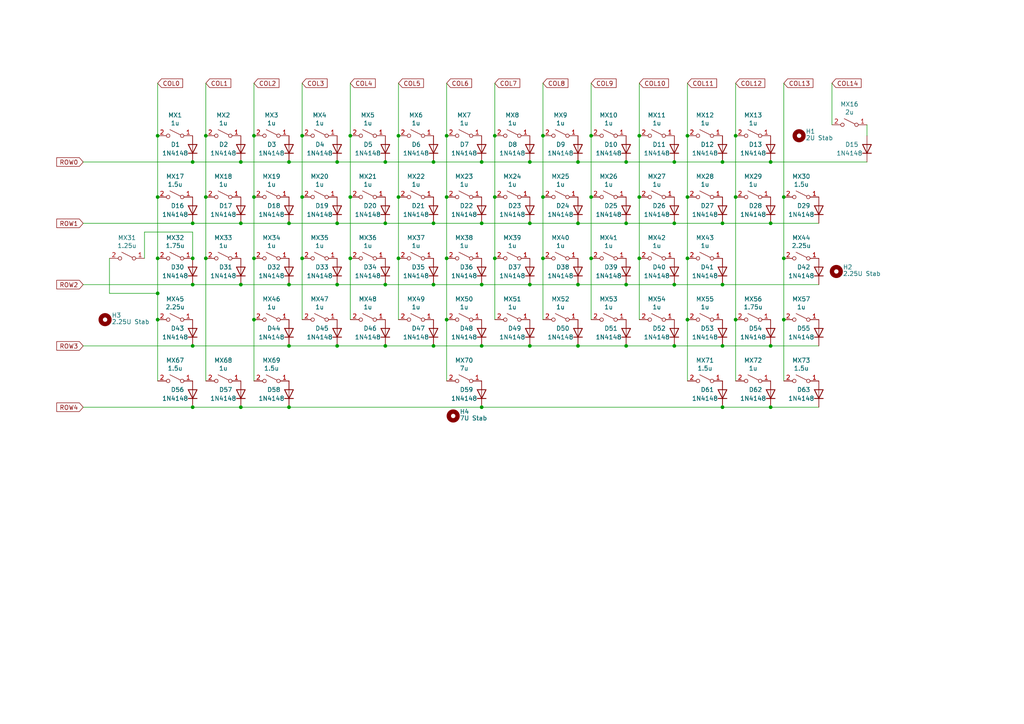
<source format=kicad_sch>
(kicad_sch (version 20211123) (generator eeschema)
  (paper "A4")
  (title_block (title "Bakeneko 60 V3") (date "2020-08-01") (rev "1") (comment 1 "Copyright © 2020 kkatano") (comment 2 "MIT License"))
  (lib_symbols
    (symbol "Mechanical:MountingHole" (pin_names (offset 1.016))
      (property "Reference" "H" (at 0 5.08 0))
      (property "Value" "MountingHole" (at 0 3.175 0))
      (symbol "MountingHole_0_1"
        (circle (center 0 0) (radius 1.27) (stroke (width 1.27)))
      )
    )
    (symbol "bakeneko-60-pcb-rescue:D-Device" (pin_numbers hide) (pin_names (offset 1.016) hide)
      (property "Reference" "D" (at 0 2.54 0))
      (property "Value" "D-Device" (at 0 -2.54 0))
      (symbol "D-Device_0_1"
        (polyline (pts (xy -1.27 1.27) (xy -1.27 -1.27)) (stroke (width 0.254)))
        (polyline (pts (xy 1.27 0) (xy -1.27 0)))
        (polyline (pts (xy 1.27 1.27) (xy 1.27 -1.27) (xy -1.27 0) (xy 1.27 1.27)) (stroke (width 0.254)))
      )
      (symbol "D-Device_1_1"
        (pin passive line (at -3.81 0 0) (length 2.54) (name "K") (number "1"))
        (pin passive line (at 3.81 0 180) (length 2.54) (name "A") (number "2"))
      )
    )
    (symbol "bakeneko-60-pcb-rescue:SW_SPST-Switch" (pin_names (offset 0) hide)
      (property "Reference" "SW" (at 0 3.175 0))
      (property "Value" "SW_SPST-Switch" (at 0 -2.54 0))
      (symbol "SW_SPST-Switch_0_0"
        (circle (center -2.032 0) (radius 0.508))
        (polyline (pts (xy -1.524 0.254) (xy 1.524 1.778)))
        (circle (center 2.032 0) (radius 0.508))
      )
      (symbol "SW_SPST-Switch_1_1"
        (pin passive line (at -5.08 0 0) (length 2.54) (name "A") (number "1"))
        (pin passive line (at 5.08 0 180) (length 2.54) (name "B") (number "2"))
      )
    )
  )
  (junction (at 69.85 46.99))
  (junction (at 157.48 57.15))
  (junction (at 143.51 39.37))
  (junction (at 185.42 74.93))
  (junction (at 223.52 118.11))
  (junction (at 153.67 64.77))
  (junction (at 199.39 74.93))
  (junction (at 115.57 74.93))
  (junction (at 213.36 92.71))
  (junction (at 171.45 57.15))
  (junction (at 125.73 82.55))
  (junction (at 157.48 74.93))
  (junction (at 45.72 92.71))
  (junction (at 181.61 82.55))
  (junction (at 195.58 64.77))
  (junction (at 59.69 57.15))
  (junction (at 199.39 57.15))
  (junction (at 139.7 118.11))
  (junction (at 97.79 46.99))
  (junction (at 125.73 46.99))
  (junction (at 209.55 64.77))
  (junction (at 125.73 100.33))
  (junction (at 227.33 57.15))
  (junction (at 55.88 100.33))
  (junction (at 97.79 64.77))
  (junction (at 97.79 100.33))
  (junction (at 209.55 46.99))
  (junction (at 213.36 39.37))
  (junction (at 195.58 82.55))
  (junction (at 73.66 57.15))
  (junction (at 129.54 39.37))
  (junction (at 97.79 82.55))
  (junction (at 73.66 92.71))
  (junction (at 139.7 46.99))
  (junction (at 55.88 74.93))
  (junction (at 129.54 57.15))
  (junction (at 143.51 74.93))
  (junction (at 45.72 74.93))
  (junction (at 181.61 46.99))
  (junction (at 73.66 39.37))
  (junction (at 45.72 57.15))
  (junction (at 223.52 100.33))
  (junction (at 55.88 64.77))
  (junction (at 209.55 118.11))
  (junction (at 101.6 74.93))
  (junction (at 181.61 100.33))
  (junction (at 139.7 64.77))
  (junction (at 181.61 64.77))
  (junction (at 195.58 46.99))
  (junction (at 59.69 74.93))
  (junction (at 209.55 100.33))
  (junction (at 83.82 100.33))
  (junction (at 167.64 100.33))
  (junction (at 167.64 82.55))
  (junction (at 195.58 100.33))
  (junction (at 83.82 64.77))
  (junction (at 59.69 39.37))
  (junction (at 129.54 92.71))
  (junction (at 153.67 82.55))
  (junction (at 171.45 39.37))
  (junction (at 167.64 46.99))
  (junction (at 55.88 82.55))
  (junction (at 55.88 46.99))
  (junction (at 111.76 46.99))
  (junction (at 139.7 100.33))
  (junction (at 73.66 74.93))
  (junction (at 157.48 39.37))
  (junction (at 199.39 92.71))
  (junction (at 185.42 39.37))
  (junction (at 83.82 82.55))
  (junction (at 171.45 74.93))
  (junction (at 69.85 64.77))
  (junction (at 153.67 46.99))
  (junction (at 101.6 39.37))
  (junction (at 209.55 82.55))
  (junction (at 115.57 39.37))
  (junction (at 69.85 82.55))
  (junction (at 167.64 64.77))
  (junction (at 83.82 46.99))
  (junction (at 87.63 74.93))
  (junction (at 227.33 92.71))
  (junction (at 111.76 100.33))
  (junction (at 153.67 100.33))
  (junction (at 185.42 57.15))
  (junction (at 129.54 74.93))
  (junction (at 143.51 57.15))
  (junction (at 125.73 64.77))
  (junction (at 115.57 57.15))
  (junction (at 139.7 82.55))
  (junction (at 87.63 57.15))
  (junction (at 101.6 57.15))
  (junction (at 199.39 39.37))
  (junction (at 69.85 118.11))
  (junction (at 227.33 74.93))
  (junction (at 87.63 39.37))
  (junction (at 223.52 64.77))
  (junction (at 45.72 85.09))
  (junction (at 223.52 46.99))
  (junction (at 83.82 118.11))
  (junction (at 111.76 82.55))
  (junction (at 111.76 64.77))
  (junction (at 213.36 57.15))
  (junction (at 55.88 118.11))
  (junction (at 45.72 39.37))
  (wire (pts (xy 185.42 57.15) (xy 185.42 74.93)))
  (wire (pts (xy 185.42 39.37) (xy 185.42 57.15)))
  (wire (pts (xy 31.75 74.93) (xy 31.75 85.09)))
  (wire (pts (xy 167.64 100.33) (xy 181.61 100.33)))
  (wire (pts (xy 143.51 92.71) (xy 143.51 74.93)))
  (wire (pts (xy 223.52 46.99) (xy 209.55 46.99)))
  (wire (pts (xy 45.72 92.71) (xy 45.72 110.49)))
  (wire (pts (xy 24.13 46.99) (xy 55.88 46.99)))
  (wire (pts (xy 55.88 100.33) (xy 83.82 100.33)))
  (wire (pts (xy 153.67 100.33) (xy 167.64 100.33)))
  (wire (pts (xy 115.57 92.71) (xy 115.57 74.93)))
  (wire (pts (xy 199.39 92.71) (xy 199.39 74.93)))
  (wire (pts (xy 209.55 64.77) (xy 223.52 64.77)))
  (wire (pts (xy 41.91 67.31) (xy 55.88 67.31)))
  (wire (pts (xy 213.36 24.13) (xy 213.36 39.37)))
  (wire (pts (xy 24.13 118.11) (xy 55.88 118.11)))
  (wire (pts (xy 251.46 36.195) (xy 251.46 39.37)))
  (wire (pts (xy 139.7 118.11) (xy 83.82 118.11)))
  (wire (pts (xy 153.67 64.77) (xy 167.64 64.77)))
  (wire (pts (xy 129.54 92.71) (xy 129.54 110.49)))
  (wire (pts (xy 227.33 92.71) (xy 227.33 74.93)))
  (wire (pts (xy 87.63 74.93) (xy 87.63 57.15)))
  (wire (pts (xy 209.55 46.99) (xy 195.58 46.99)))
  (wire (pts (xy 143.51 57.15) (xy 143.51 39.37)))
  (wire (pts (xy 139.7 82.55) (xy 125.73 82.55)))
  (wire (pts (xy 87.63 39.37) (xy 87.63 24.13)))
  (wire (pts (xy 223.52 46.99) (xy 251.46 46.99)))
  (wire (pts (xy 171.45 39.37) (xy 171.45 57.15)))
  (wire (pts (xy 213.36 92.71) (xy 213.36 110.49)))
  (wire (pts (xy 101.6 74.93) (xy 101.6 92.71)))
  (wire (pts (xy 227.33 74.93) (xy 227.33 57.15)))
  (wire (pts (xy 227.33 24.13) (xy 227.33 57.15)))
  (wire (pts (xy 87.63 57.15) (xy 87.63 39.37)))
  (wire (pts (xy 97.79 100.33) (xy 111.76 100.33)))
  (wire (pts (xy 167.64 64.77) (xy 181.61 64.77)))
  (wire (pts (xy 171.45 57.15) (xy 171.45 74.93)))
  (wire (pts (xy 213.36 57.15) (xy 213.36 92.71)))
  (wire (pts (xy 157.48 74.93) (xy 157.48 57.15)))
  (wire (pts (xy 73.66 74.93) (xy 73.66 92.71)))
  (wire (pts (xy 185.42 24.13) (xy 185.42 39.37)))
  (wire (pts (xy 195.58 64.77) (xy 209.55 64.77)))
  (wire (pts (xy 73.66 57.15) (xy 73.66 74.93)))
  (wire (pts (xy 139.7 46.99) (xy 125.73 46.99)))
  (wire (pts (xy 83.82 64.77) (xy 97.79 64.77)))
  (wire (pts (xy 111.76 100.33) (xy 125.73 100.33)))
  (wire (pts (xy 115.57 57.15) (xy 115.57 39.37)))
  (wire (pts (xy 45.72 57.15) (xy 45.72 74.93)))
  (wire (pts (xy 125.73 64.77) (xy 139.7 64.77)))
  (wire (pts (xy 73.66 24.13) (xy 73.66 39.37)))
  (wire (pts (xy 213.36 39.37) (xy 213.36 57.15)))
  (wire (pts (xy 167.64 46.99) (xy 153.67 46.99)))
  (wire (pts (xy 223.52 64.77) (xy 237.49 64.77)))
  (wire (pts (xy 115.57 39.37) (xy 115.57 24.13)))
  (wire (pts (xy 195.58 100.33) (xy 209.55 100.33)))
  (wire (pts (xy 199.39 57.15) (xy 199.39 39.37)))
  (wire (pts (xy 31.75 85.09) (xy 45.72 85.09)))
  (wire (pts (xy 69.85 46.99) (xy 55.88 46.99)))
  (wire (pts (xy 115.57 74.93) (xy 115.57 57.15)))
  (wire (pts (xy 195.58 46.99) (xy 181.61 46.99)))
  (wire (pts (xy 181.61 100.33) (xy 195.58 100.33)))
  (wire (pts (xy 97.79 64.77) (xy 111.76 64.77)))
  (wire (pts (xy 41.91 74.93) (xy 41.91 67.31)))
  (wire (pts (xy 101.6 39.37) (xy 101.6 57.15)))
  (wire (pts (xy 45.72 24.13) (xy 45.72 39.37)))
  (wire (pts (xy 185.42 74.93) (xy 185.42 92.71)))
  (wire (pts (xy 73.66 39.37) (xy 73.66 57.15)))
  (wire (pts (xy 83.82 118.11) (xy 69.85 118.11)))
  (wire (pts (xy 59.69 74.93) (xy 59.69 110.49)))
  (wire (pts (xy 97.79 82.55) (xy 83.82 82.55)))
  (wire (pts (xy 83.82 82.55) (xy 69.85 82.55)))
  (wire (pts (xy 83.82 100.33) (xy 97.79 100.33)))
  (wire (pts (xy 125.73 82.55) (xy 111.76 82.55)))
  (wire (pts (xy 199.39 74.93) (xy 199.39 57.15)))
  (wire (pts (xy 45.72 85.09) (xy 45.72 92.71)))
  (wire (pts (xy 157.48 92.71) (xy 157.48 74.93)))
  (wire (pts (xy 157.48 39.37) (xy 157.48 24.13)))
  (wire (pts (xy 45.72 74.93) (xy 45.72 85.09)))
  (wire (pts (xy 143.51 74.93) (xy 143.51 57.15)))
  (wire (pts (xy 157.48 57.15) (xy 157.48 39.37)))
  (wire (pts (xy 181.61 64.77) (xy 195.58 64.77)))
  (wire (pts (xy 237.49 118.11) (xy 223.52 118.11)))
  (wire (pts (xy 55.88 64.77) (xy 69.85 64.77)))
  (wire (pts (xy 129.54 24.13) (xy 129.54 39.37)))
  (wire (pts (xy 153.67 46.99) (xy 139.7 46.99)))
  (wire (pts (xy 209.55 82.55) (xy 237.49 82.55)))
  (wire (pts (xy 129.54 57.15) (xy 129.54 74.93)))
  (wire (pts (xy 223.52 118.11) (xy 209.55 118.11)))
  (wire (pts (xy 97.79 46.99) (xy 83.82 46.99)))
  (wire (pts (xy 153.67 82.55) (xy 139.7 82.55)))
  (wire (pts (xy 101.6 57.15) (xy 101.6 74.93)))
  (wire (pts (xy 167.64 82.55) (xy 153.67 82.55)))
  (wire (pts (xy 87.63 92.71) (xy 87.63 74.93)))
  (wire (pts (xy 139.7 100.33) (xy 153.67 100.33)))
  (wire (pts (xy 195.58 82.55) (xy 181.61 82.55)))
  (wire (pts (xy 125.73 46.99) (xy 111.76 46.99)))
  (wire (pts (xy 69.85 64.77) (xy 83.82 64.77)))
  (wire (pts (xy 69.85 82.55) (xy 55.88 82.55)))
  (wire (pts (xy 139.7 118.11) (xy 209.55 118.11)))
  (wire (pts (xy 101.6 24.13) (xy 101.6 39.37)))
  (wire (pts (xy 129.54 74.93) (xy 129.54 92.71)))
  (wire (pts (xy 129.54 39.37) (xy 129.54 57.15)))
  (wire (pts (xy 199.39 39.37) (xy 199.39 24.13)))
  (wire (pts (xy 24.13 82.55) (xy 55.88 82.55)))
  (wire (pts (xy 171.45 24.13) (xy 171.45 39.37)))
  (wire (pts (xy 111.76 82.55) (xy 97.79 82.55)))
  (wire (pts (xy 55.88 64.77) (xy 24.13 64.77)))
  (wire (pts (xy 69.85 118.11) (xy 55.88 118.11)))
  (wire (pts (xy 209.55 82.55) (xy 195.58 82.55)))
  (wire (pts (xy 143.51 39.37) (xy 143.51 24.13)))
  (wire (pts (xy 227.33 92.71) (xy 227.33 110.49)))
  (wire (pts (xy 73.66 92.71) (xy 73.66 110.49)))
  (wire (pts (xy 139.7 64.77) (xy 153.67 64.77)))
  (wire (pts (xy 59.69 57.15) (xy 59.69 39.37)))
  (wire (pts (xy 125.73 100.33) (xy 139.7 100.33)))
  (wire (pts (xy 59.69 74.93) (xy 59.69 57.15)))
  (wire (pts (xy 83.82 46.99) (xy 69.85 46.99)))
  (wire (pts (xy 181.61 82.55) (xy 167.64 82.55)))
  (wire (pts (xy 171.45 74.93) (xy 171.45 92.71)))
  (wire (pts (xy 24.13 100.33) (xy 55.88 100.33)))
  (wire (pts (xy 241.3 24.13) (xy 241.3 36.195)))
  (wire (pts (xy 209.55 100.33) (xy 223.52 100.33)))
  (wire (pts (xy 55.88 67.31) (xy 55.88 74.93)))
  (wire (pts (xy 45.72 39.37) (xy 45.72 57.15)))
  (wire (pts (xy 223.52 100.33) (xy 237.49 100.33)))
  (wire (pts (xy 199.39 92.71) (xy 199.39 110.49)))
  (wire (pts (xy 181.61 46.99) (xy 167.64 46.99)))
  (wire (pts (xy 59.69 39.37) (xy 59.69 24.13)))
  (wire (pts (xy 111.76 46.99) (xy 97.79 46.99)))
  (wire (pts (xy 111.76 64.77) (xy 125.73 64.77)))
  (global_label "COL2" (shape input) (at 73.66 24.13 0) (property "Intersheet References" "${INTERSHEET_REFS}" (effects hide)))
  (global_label "COL9" (shape input) (at 171.45 24.13 0) (property "Intersheet References" "${INTERSHEET_REFS}" (effects hide)))
  (global_label "COL13" (shape input) (at 227.33 24.13 0) (property "Intersheet References" "${INTERSHEET_REFS}" (effects hide)))
  (global_label "COL14" (shape input) (at 241.3 24.13 0) (property "Intersheet References" "${INTERSHEET_REFS}" (effects hide)))
  (global_label "COL5" (shape input) (at 115.57 24.13 0) (property "Intersheet References" "${INTERSHEET_REFS}" (effects hide)))
  (global_label "COL1" (shape input) (at 59.69 24.13 0) (property "Intersheet References" "${INTERSHEET_REFS}" (effects hide)))
  (global_label "ROW1" (shape input) (at 24.13 64.77 180) (property "Intersheet References" "${INTERSHEET_REFS}" (effects hide)))
  (global_label "ROW4" (shape input) (at 24.13 118.11 180) (property "Intersheet References" "${INTERSHEET_REFS}" (effects hide)))
  (global_label "ROW3" (shape input) (at 24.13 100.33 180) (property "Intersheet References" "${INTERSHEET_REFS}" (effects hide)))
  (global_label "COL11" (shape input) (at 199.39 24.13 0) (property "Intersheet References" "${INTERSHEET_REFS}" (effects hide)))
  (global_label "COL12" (shape input) (at 213.36 24.13 0) (property "Intersheet References" "${INTERSHEET_REFS}" (effects hide)))
  (global_label "COL8" (shape input) (at 157.48 24.13 0) (property "Intersheet References" "${INTERSHEET_REFS}" (effects hide)))
  (global_label "ROW0" (shape input) (at 24.13 46.99 180) (property "Intersheet References" "${INTERSHEET_REFS}" (effects hide)))
  (global_label "COL10" (shape input) (at 185.42 24.13 0) (property "Intersheet References" "${INTERSHEET_REFS}" (effects hide)))
  (global_label "COL0" (shape input) (at 45.72 24.13 0) (property "Intersheet References" "${INTERSHEET_REFS}" (effects hide)))
  (global_label "ROW2" (shape input) (at 24.13 82.55 180) (property "Intersheet References" "${INTERSHEET_REFS}" (effects hide)))
  (global_label "COL4" (shape input) (at 101.6 24.13 0) (property "Intersheet References" "${INTERSHEET_REFS}" (effects hide)))
  (global_label "COL7" (shape input) (at 143.51 24.13 0) (property "Intersheet References" "${INTERSHEET_REFS}" (effects hide)))
  (global_label "COL3" (shape input) (at 87.63 24.13 0) (property "Intersheet References" "${INTERSHEET_REFS}" (effects hide)))
  (global_label "COL6" (shape input) (at 129.54 24.13 0) (property "Intersheet References" "${INTERSHEET_REFS}" (effects hide)))
  (symbol (lib_id "bakeneko-60-pcb-rescue:SW_SPST-Switch") (at 218.44 110.49 0) (mirror y) (unit 1)
    (property "Reference" "MX72" (at 218.44 104.521 0))
    (property "Value" "1u" (at 218.44 106.8324 0))
    (property "Footprint" "Switch_Keyboard_Hotswap_Kailh:SW_Hotswap_Kailh_MX_plated_1.00u" (effects hide))
  )
  (symbol (lib_id "bakeneko-60-pcb-rescue:SW_SPST-Switch") (at 232.41 110.49 0) (mirror y) (unit 1)
    (property "Reference" "MX73" (at 232.41 104.521 0))
    (property "Value" "1.5u" (at 232.41 106.8324 0))
    (property "Footprint" "Switch_Keyboard_Hotswap_Kailh:SW_Hotswap_Kailh_MX_plated_1.50u" (effects hide))
  )
  (symbol (lib_id "bakeneko-60-pcb-rescue:SW_SPST-Switch") (at 134.62 110.49 0) (mirror y) (unit 1)
    (property "Reference" "MX70" (at 134.62 104.521 0))
    (property "Value" "7u" (at 134.62 106.8324 0))
    (property "Footprint" "Switch_Keyboard_Hotswap_Kailh:SW_Hotswap_Kailh_MX_plated_7.00u" (effects hide))
  )
  (symbol (lib_id "bakeneko-60-pcb-rescue:SW_SPST-Switch") (at 50.8 110.49 0) (mirror y) (unit 1)
    (property "Reference" "MX67" (at 50.8 104.521 0))
    (property "Value" "1.5u" (at 50.8 106.8324 0))
    (property "Footprint" "Switch_Keyboard_Hotswap_Kailh:SW_Hotswap_Kailh_MX_plated_1.50u" (effects hide))
  )
  (symbol (lib_id "bakeneko-60-pcb-rescue:SW_SPST-Switch") (at 64.77 110.49 0) (mirror y) (unit 1)
    (property "Reference" "MX68" (at 64.77 104.521 0))
    (property "Value" "1u" (at 64.77 106.8324 0))
    (property "Footprint" "Switch_Keyboard_Hotswap_Kailh:SW_Hotswap_Kailh_MX_plated_1.00u" (effects hide))
  )
  (symbol (lib_id "bakeneko-60-pcb-rescue:SW_SPST-Switch") (at 78.74 110.49 0) (mirror y) (unit 1)
    (property "Reference" "MX69" (at 78.74 104.521 0))
    (property "Value" "1.5u" (at 78.74 106.8324 0))
    (property "Footprint" "Switch_Keyboard_Hotswap_Kailh:SW_Hotswap_Kailh_MX_plated_1.50u" (effects hide))
  )
  (symbol (lib_id "bakeneko-60-pcb-rescue:SW_SPST-Switch") (at 50.8 57.15 0) (mirror y) (unit 1)
    (property "Reference" "MX17" (at 50.8 51.181 0))
    (property "Value" "1.5u" (at 50.8 53.4924 0))
    (property "Footprint" "Switch_Keyboard_Hotswap_Kailh:SW_Hotswap_Kailh_MX_plated_1.50u" (effects hide))
  )
  (symbol (lib_id "bakeneko-60-pcb-rescue:SW_SPST-Switch") (at 106.68 39.37 0) (mirror y) (unit 1)
    (property "Reference" "MX5" (at 106.68 33.401 0))
    (property "Value" "1u" (at 106.68 35.7124 0))
    (property "Footprint" "Switch_Keyboard_Hotswap_Kailh:SW_Hotswap_Kailh_MX_plated_1.00u" (effects hide))
  )
  (symbol (lib_id "bakeneko-60-pcb-rescue:SW_SPST-Switch") (at 36.83 74.93 0) (mirror y) (unit 1)
    (property "Reference" "MX31" (at 36.83 68.961 0))
    (property "Value" "1.25u" (at 36.83 71.2724 0))
    (property "Footprint" "Switch_Keyboard_Hotswap_Kailh:SW_Hotswap_Kailh_MX_plated_1.25u" (effects hide))
  )
  (symbol (lib_id "bakeneko-60-pcb-rescue:SW_SPST-Switch") (at 246.38 36.195 0) (mirror y) (unit 1)
    (property "Reference" "MX16" (at 246.38 30.226 0))
    (property "Value" "2u" (at 246.38 32.5374 0))
    (property "Footprint" "Switch_Keyboard_Hotswap_Kailh:SW_Hotswap_Kailh_MX_plated_2.00u" (effects hide))
  )
  (symbol (lib_id "bakeneko-60-pcb-rescue:SW_SPST-Switch") (at 204.47 110.49 0) (mirror y) (unit 1)
    (property "Reference" "MX71" (at 204.47 104.521 0))
    (property "Value" "1.5u" (at 204.47 106.8324 0))
    (property "Footprint" "Switch_Keyboard_Hotswap_Kailh:SW_Hotswap_Kailh_MX_plated_1.50u" (effects hide))
  )
  (symbol (lib_id "bakeneko-60-pcb-rescue:SW_SPST-Switch") (at 50.8 74.93 0) (mirror y) (unit 1)
    (property "Reference" "MX32" (at 50.8 68.961 0))
    (property "Value" "1.75u" (at 50.8 71.2724 0))
    (property "Footprint" "Switch_Keyboard_Hotswap_Kailh:SW_Hotswap_Kailh_MX_plated_1.75u" (effects hide))
  )
  (symbol (lib_id "bakeneko-60-pcb-rescue:SW_SPST-Switch") (at 50.8 92.71 0) (mirror y) (unit 1)
    (property "Reference" "MX45" (at 50.8 86.741 0))
    (property "Value" "2.25u" (at 50.8 89.0524 0))
    (property "Footprint" "Switch_Keyboard_Hotswap_Kailh:SW_Hotswap_Kailh_MX_plated_2.25u" (effects hide))
  )
  (symbol (lib_id "bakeneko-60-pcb-rescue:D-Device") (at 237.49 114.3 90) (unit 1)
    (property "Reference" "D63" (at 231.14 113.03 90) (effects (justify right)))
    (property "Value" "1N4148" (at 228.6 115.57 90) (effects (justify right)))
    (property "Footprint" "Diode_SMD:D_SOD-123" (effects hide))
    (property "LCSC Part #" "C81598" (effects hide))
  )
  (symbol (lib_id "bakeneko-60-pcb-rescue:D-Device") (at 223.52 114.3 90) (unit 1)
    (property "Reference" "D62" (at 217.17 113.03 90) (effects (justify right)))
    (property "Value" "1N4148" (at 214.63 115.57 90) (effects (justify right)))
    (property "Footprint" "Diode_SMD:D_SOD-123" (effects hide))
    (property "LCSC Part #" "C81598" (effects hide))
  )
  (symbol (lib_id "bakeneko-60-pcb-rescue:D-Device") (at 209.55 114.3 90) (unit 1)
    (property "Reference" "D61" (at 203.2 113.03 90) (effects (justify right)))
    (property "Value" "1N4148" (at 200.66 115.57 90) (effects (justify right)))
    (property "Footprint" "Diode_SMD:D_SOD-123" (effects hide))
    (property "LCSC Part #" "C81598" (effects hide))
  )
  (symbol (lib_id "bakeneko-60-pcb-rescue:D-Device") (at 139.7 114.3 90) (unit 1)
    (property "Reference" "D59" (at 133.35 113.03 90) (effects (justify right)))
    (property "Value" "1N4148" (at 130.81 115.57 90) (effects (justify right)))
    (property "Footprint" "Diode_SMD:D_SOD-123" (effects hide))
    (property "LCSC Part #" "C81598" (effects hide))
  )
  (symbol (lib_id "bakeneko-60-pcb-rescue:D-Device") (at 83.82 114.3 90) (unit 1)
    (property "Reference" "D58" (at 77.47 113.03 90) (effects (justify right)))
    (property "Value" "1N4148" (at 74.93 115.57 90) (effects (justify right)))
    (property "Footprint" "Diode_SMD:D_SOD-123" (effects hide))
    (property "LCSC Part #" "C81598" (effects hide))
  )
  (symbol (lib_id "bakeneko-60-pcb-rescue:D-Device") (at 69.85 114.3 90) (unit 1)
    (property "Reference" "D57" (at 63.5 113.03 90) (effects (justify right)))
    (property "Value" "1N4148" (at 60.96 115.57 90) (effects (justify right)))
    (property "Footprint" "Diode_SMD:D_SOD-123" (effects hide))
    (property "LCSC Part #" "C81598" (effects hide))
  )
  (symbol (lib_id "bakeneko-60-pcb-rescue:D-Device") (at 55.88 114.3 90) (unit 1)
    (property "Reference" "D56" (at 49.53 113.03 90) (effects (justify right)))
    (property "Value" "1N4148" (at 46.99 115.57 90) (effects (justify right)))
    (property "Footprint" "Diode_SMD:D_SOD-123" (effects hide))
    (property "LCSC Part #" "C81598" (effects hide))
  )
  (symbol (lib_id "bakeneko-60-pcb-rescue:D-Device") (at 237.49 96.52 90) (unit 1)
    (property "Reference" "D55" (at 231.14 95.25 90) (effects (justify right)))
    (property "Value" "1N4148" (at 228.6 97.79 90) (effects (justify right)))
    (property "Footprint" "Diode_SMD:D_SOD-123" (effects hide))
    (property "LCSC Part #" "C81598" (effects hide))
  )
  (symbol (lib_id "bakeneko-60-pcb-rescue:SW_SPST-Switch") (at 232.41 92.71 0) (mirror y) (unit 1)
    (property "Reference" "MX57" (at 232.41 86.741 0))
    (property "Value" "1u" (at 232.41 89.0524 0))
    (property "Footprint" "Switch_Keyboard_Hotswap_Kailh:SW_Hotswap_Kailh_MX_plated_1.00u" (effects hide))
  )
  (symbol (lib_id "bakeneko-60-pcb-rescue:D-Device") (at 223.52 96.52 90) (unit 1)
    (property "Reference" "D54" (at 217.17 95.25 90) (effects (justify right)))
    (property "Value" "1N4148" (at 214.63 97.79 90) (effects (justify right)))
    (property "Footprint" "Diode_SMD:D_SOD-123" (effects hide))
    (property "LCSC Part #" "C81598" (effects hide))
  )
  (symbol (lib_id "bakeneko-60-pcb-rescue:SW_SPST-Switch") (at 218.44 92.71 0) (mirror y) (unit 1)
    (property "Reference" "MX56" (at 218.44 86.741 0))
    (property "Value" "1.75u" (at 218.44 89.0524 0))
    (property "Footprint" "Switch_Keyboard_Hotswap_Kailh:SW_Hotswap_Kailh_MX_plated_1.75u" (effects hide))
  )
  (symbol (lib_id "bakeneko-60-pcb-rescue:D-Device") (at 209.55 96.52 90) (unit 1)
    (property "Reference" "D53" (at 203.2 95.25 90) (effects (justify right)))
    (property "Value" "1N4148" (at 200.66 97.79 90) (effects (justify right)))
    (property "Footprint" "Diode_SMD:D_SOD-123" (effects hide))
    (property "LCSC Part #" "C81598" (effects hide))
  )
  (symbol (lib_id "bakeneko-60-pcb-rescue:SW_SPST-Switch") (at 204.47 92.71 0) (mirror y) (unit 1)
    (property "Reference" "MX55" (at 204.47 86.741 0))
    (property "Value" "1u" (at 204.47 89.0524 0))
    (property "Footprint" "Switch_Keyboard_Hotswap_Kailh:SW_Hotswap_Kailh_MX_plated_1.00u" (effects hide))
  )
  (symbol (lib_id "bakeneko-60-pcb-rescue:D-Device") (at 195.58 96.52 90) (unit 1)
    (property "Reference" "D52" (at 189.23 95.25 90) (effects (justify right)))
    (property "Value" "1N4148" (at 186.69 97.79 90) (effects (justify right)))
    (property "Footprint" "Diode_SMD:D_SOD-123" (effects hide))
    (property "LCSC Part #" "C81598" (effects hide))
  )
  (symbol (lib_id "bakeneko-60-pcb-rescue:SW_SPST-Switch") (at 190.5 92.71 0) (mirror y) (unit 1)
    (property "Reference" "MX54" (at 190.5 86.741 0))
    (property "Value" "1u" (at 190.5 89.0524 0))
    (property "Footprint" "Switch_Keyboard_Hotswap_Kailh:SW_Hotswap_Kailh_MX_plated_1.00u" (effects hide))
  )
  (symbol (lib_id "bakeneko-60-pcb-rescue:D-Device") (at 181.61 96.52 90) (unit 1)
    (property "Reference" "D51" (at 175.26 95.25 90) (effects (justify right)))
    (property "Value" "1N4148" (at 172.72 97.79 90) (effects (justify right)))
    (property "Footprint" "Diode_SMD:D_SOD-123" (effects hide))
    (property "LCSC Part #" "C81598" (effects hide))
  )
  (symbol (lib_id "bakeneko-60-pcb-rescue:SW_SPST-Switch") (at 176.53 92.71 0) (mirror y) (unit 1)
    (property "Reference" "MX53" (at 176.53 86.741 0))
    (property "Value" "1u" (at 176.53 89.0524 0))
    (property "Footprint" "Switch_Keyboard_Hotswap_Kailh:SW_Hotswap_Kailh_MX_plated_1.00u" (effects hide))
  )
  (symbol (lib_id "bakeneko-60-pcb-rescue:D-Device") (at 167.64 96.52 90) (unit 1)
    (property "Reference" "D50" (at 161.29 95.25 90) (effects (justify right)))
    (property "Value" "1N4148" (at 158.75 97.79 90) (effects (justify right)))
    (property "Footprint" "Diode_SMD:D_SOD-123" (effects hide))
    (property "LCSC Part #" "C81598" (effects hide))
  )
  (symbol (lib_id "bakeneko-60-pcb-rescue:SW_SPST-Switch") (at 162.56 92.71 0) (mirror y) (unit 1)
    (property "Reference" "MX52" (at 162.56 86.741 0))
    (property "Value" "1u" (at 162.56 89.0524 0))
    (property "Footprint" "Switch_Keyboard_Hotswap_Kailh:SW_Hotswap_Kailh_MX_plated_1.00u" (effects hide))
  )
  (symbol (lib_id "bakeneko-60-pcb-rescue:D-Device") (at 153.67 96.52 90) (unit 1)
    (property "Reference" "D49" (at 147.32 95.25 90) (effects (justify right)))
    (property "Value" "1N4148" (at 144.78 97.79 90) (effects (justify right)))
    (property "Footprint" "Diode_SMD:D_SOD-123" (effects hide))
    (property "LCSC Part #" "C81598" (effects hide))
  )
  (symbol (lib_id "bakeneko-60-pcb-rescue:SW_SPST-Switch") (at 148.59 92.71 0) (mirror y) (unit 1)
    (property "Reference" "MX51" (at 148.59 86.741 0))
    (property "Value" "1u" (at 148.59 89.0524 0))
    (property "Footprint" "Switch_Keyboard_Hotswap_Kailh:SW_Hotswap_Kailh_MX_plated_1.00u" (effects hide))
  )
  (symbol (lib_id "bakeneko-60-pcb-rescue:D-Device") (at 139.7 96.52 90) (unit 1)
    (property "Reference" "D48" (at 133.35 95.25 90) (effects (justify right)))
    (property "Value" "1N4148" (at 130.81 97.79 90) (effects (justify right)))
    (property "Footprint" "Diode_SMD:D_SOD-123" (effects hide))
    (property "LCSC Part #" "C81598" (effects hide))
  )
  (symbol (lib_id "bakeneko-60-pcb-rescue:SW_SPST-Switch") (at 134.62 92.71 0) (mirror y) (unit 1)
    (property "Reference" "MX50" (at 134.62 86.741 0))
    (property "Value" "1u" (at 134.62 89.0524 0))
    (property "Footprint" "Switch_Keyboard_Hotswap_Kailh:SW_Hotswap_Kailh_MX_plated_1.00u" (effects hide))
  )
  (symbol (lib_id "bakeneko-60-pcb-rescue:D-Device") (at 125.73 96.52 90) (unit 1)
    (property "Reference" "D47" (at 119.38 95.25 90) (effects (justify right)))
    (property "Value" "1N4148" (at 116.84 97.79 90) (effects (justify right)))
    (property "Footprint" "Diode_SMD:D_SOD-123" (effects hide))
    (property "LCSC Part #" "C81598" (effects hide))
  )
  (symbol (lib_id "bakeneko-60-pcb-rescue:SW_SPST-Switch") (at 120.65 92.71 0) (mirror y) (unit 1)
    (property "Reference" "MX49" (at 120.65 86.741 0))
    (property "Value" "1u" (at 120.65 89.0524 0))
    (property "Footprint" "Switch_Keyboard_Hotswap_Kailh:SW_Hotswap_Kailh_MX_plated_1.00u" (effects hide))
  )
  (symbol (lib_id "bakeneko-60-pcb-rescue:D-Device") (at 111.76 96.52 90) (unit 1)
    (property "Reference" "D46" (at 105.41 95.25 90) (effects (justify right)))
    (property "Value" "1N4148" (at 102.87 97.79 90) (effects (justify right)))
    (property "Footprint" "Diode_SMD:D_SOD-123" (effects hide))
    (property "LCSC Part #" "C81598" (effects hide))
  )
  (symbol (lib_id "bakeneko-60-pcb-rescue:SW_SPST-Switch") (at 106.68 92.71 0) (mirror y) (unit 1)
    (property "Reference" "MX48" (at 106.68 86.741 0))
    (property "Value" "1u" (at 106.68 89.0524 0))
    (property "Footprint" "Switch_Keyboard_Hotswap_Kailh:SW_Hotswap_Kailh_MX_plated_1.00u" (effects hide))
  )
  (symbol (lib_id "bakeneko-60-pcb-rescue:D-Device") (at 97.79 96.52 90) (unit 1)
    (property "Reference" "D45" (at 91.44 95.25 90) (effects (justify right)))
    (property "Value" "1N4148" (at 88.9 97.79 90) (effects (justify right)))
    (property "Footprint" "Diode_SMD:D_SOD-123" (effects hide))
    (property "LCSC Part #" "C81598" (effects hide))
  )
  (symbol (lib_id "bakeneko-60-pcb-rescue:SW_SPST-Switch") (at 92.71 92.71 0) (mirror y) (unit 1)
    (property "Reference" "MX47" (at 92.71 86.741 0))
    (property "Value" "1u" (at 92.71 89.0524 0))
    (property "Footprint" "Switch_Keyboard_Hotswap_Kailh:SW_Hotswap_Kailh_MX_plated_1.00u" (effects hide))
  )
  (symbol (lib_id "bakeneko-60-pcb-rescue:D-Device") (at 83.82 96.52 90) (unit 1)
    (property "Reference" "D44" (at 77.47 95.25 90) (effects (justify right)))
    (property "Value" "1N4148" (at 74.93 97.79 90) (effects (justify right)))
    (property "Footprint" "Diode_SMD:D_SOD-123" (effects hide))
    (property "LCSC Part #" "C81598" (effects hide))
  )
  (symbol (lib_id "bakeneko-60-pcb-rescue:SW_SPST-Switch") (at 78.74 92.71 0) (mirror y) (unit 1)
    (property "Reference" "MX46" (at 78.74 86.741 0))
    (property "Value" "1u" (at 78.74 89.0524 0))
    (property "Footprint" "Switch_Keyboard_Hotswap_Kailh:SW_Hotswap_Kailh_MX_plated_1.00u" (effects hide))
  )
  (symbol (lib_id "bakeneko-60-pcb-rescue:D-Device") (at 55.88 96.52 90) (unit 1)
    (property "Reference" "D43" (at 49.53 95.25 90) (effects (justify right)))
    (property "Value" "1N4148" (at 46.99 97.79 90) (effects (justify right)))
    (property "Footprint" "Diode_SMD:D_SOD-123" (effects hide))
    (property "LCSC Part #" "C81598" (effects hide))
  )
  (symbol (lib_id "bakeneko-60-pcb-rescue:D-Device") (at 237.49 78.74 90) (unit 1)
    (property "Reference" "D42" (at 231.14 77.47 90) (effects (justify right)))
    (property "Value" "1N4148" (at 228.6 80.01 90) (effects (justify right)))
    (property "Footprint" "Diode_SMD:D_SOD-123" (effects hide))
    (property "LCSC Part #" "C81598" (effects hide))
  )
  (symbol (lib_id "bakeneko-60-pcb-rescue:SW_SPST-Switch") (at 232.41 74.93 0) (mirror y) (unit 1)
    (property "Reference" "MX44" (at 232.41 68.961 0))
    (property "Value" "2.25u" (at 232.41 71.2724 0))
    (property "Footprint" "Switch_Keyboard_Hotswap_Kailh:SW_Hotswap_Kailh_MX_plated_2.25u" (effects hide))
  )
  (symbol (lib_id "bakeneko-60-pcb-rescue:D-Device") (at 209.55 78.74 90) (unit 1)
    (property "Reference" "D41" (at 203.2 77.47 90) (effects (justify right)))
    (property "Value" "1N4148" (at 200.66 80.01 90) (effects (justify right)))
    (property "Footprint" "Diode_SMD:D_SOD-123" (effects hide))
    (property "LCSC Part #" "C81598" (effects hide))
  )
  (symbol (lib_id "bakeneko-60-pcb-rescue:SW_SPST-Switch") (at 204.47 74.93 0) (mirror y) (unit 1)
    (property "Reference" "MX43" (at 204.47 68.961 0))
    (property "Value" "1u" (at 204.47 71.2724 0))
    (property "Footprint" "Switch_Keyboard_Hotswap_Kailh:SW_Hotswap_Kailh_MX_plated_1.00u" (effects hide))
  )
  (symbol (lib_id "bakeneko-60-pcb-rescue:D-Device") (at 195.58 78.74 90) (unit 1)
    (property "Reference" "D40" (at 189.23 77.47 90) (effects (justify right)))
    (property "Value" "1N4148" (at 186.69 80.01 90) (effects (justify right)))
    (property "Footprint" "Diode_SMD:D_SOD-123" (effects hide))
    (property "LCSC Part #" "C81598" (effects hide))
  )
  (symbol (lib_id "bakeneko-60-pcb-rescue:SW_SPST-Switch") (at 190.5 74.93 0) (mirror y) (unit 1)
    (property "Reference" "MX42" (at 190.5 68.961 0))
    (property "Value" "1u" (at 190.5 71.2724 0))
    (property "Footprint" "Switch_Keyboard_Hotswap_Kailh:SW_Hotswap_Kailh_MX_plated_1.00u" (effects hide))
  )
  (symbol (lib_id "bakeneko-60-pcb-rescue:D-Device") (at 181.61 78.74 90) (unit 1)
    (property "Reference" "D39" (at 175.26 77.47 90) (effects (justify right)))
    (property "Value" "1N4148" (at 172.72 80.01 90) (effects (justify right)))
    (property "Footprint" "Diode_SMD:D_SOD-123" (effects hide))
    (property "LCSC Part #" "C81598" (effects hide))
  )
  (symbol (lib_id "bakeneko-60-pcb-rescue:SW_SPST-Switch") (at 176.53 74.93 0) (mirror y) (unit 1)
    (property "Reference" "MX41" (at 176.53 68.961 0))
    (property "Value" "1u" (at 176.53 71.2724 0))
    (property "Footprint" "Switch_Keyboard_Hotswap_Kailh:SW_Hotswap_Kailh_MX_plated_1.00u" (effects hide))
  )
  (symbol (lib_id "bakeneko-60-pcb-rescue:D-Device") (at 167.64 78.74 90) (unit 1)
    (property "Reference" "D38" (at 161.29 77.47 90) (effects (justify right)))
    (property "Value" "1N4148" (at 158.75 80.01 90) (effects (justify right)))
    (property "Footprint" "Diode_SMD:D_SOD-123" (effects hide))
    (property "LCSC Part #" "C81598" (effects hide))
  )
  (symbol (lib_id "bakeneko-60-pcb-rescue:SW_SPST-Switch") (at 162.56 74.93 0) (mirror y) (unit 1)
    (property "Reference" "MX40" (at 162.56 68.961 0))
    (property "Value" "1u" (at 162.56 71.2724 0))
    (property "Footprint" "Switch_Keyboard_Hotswap_Kailh:SW_Hotswap_Kailh_MX_plated_1.00u" (effects hide))
  )
  (symbol (lib_id "bakeneko-60-pcb-rescue:D-Device") (at 153.67 78.74 90) (unit 1)
    (property "Reference" "D37" (at 147.32 77.47 90) (effects (justify right)))
    (property "Value" "1N4148" (at 144.78 80.01 90) (effects (justify right)))
    (property "Footprint" "Diode_SMD:D_SOD-123" (effects hide))
    (property "LCSC Part #" "C81598" (effects hide))
  )
  (symbol (lib_id "bakeneko-60-pcb-rescue:SW_SPST-Switch") (at 148.59 74.93 0) (mirror y) (unit 1)
    (property "Reference" "MX39" (at 148.59 68.961 0))
    (property "Value" "1u" (at 148.59 71.2724 0))
    (property "Footprint" "Switch_Keyboard_Hotswap_Kailh:SW_Hotswap_Kailh_MX_plated_1.00u" (effects hide))
  )
  (symbol (lib_id "bakeneko-60-pcb-rescue:D-Device") (at 139.7 78.74 90) (unit 1)
    (property "Reference" "D36" (at 133.35 77.47 90) (effects (justify right)))
    (property "Value" "1N4148" (at 130.81 80.01 90) (effects (justify right)))
    (property "Footprint" "Diode_SMD:D_SOD-123" (effects hide))
    (property "LCSC Part #" "C81598" (effects hide))
  )
  (symbol (lib_id "bakeneko-60-pcb-rescue:SW_SPST-Switch") (at 134.62 74.93 0) (mirror y) (unit 1)
    (property "Reference" "MX38" (at 134.62 68.961 0))
    (property "Value" "1u" (at 134.62 71.2724 0))
    (property "Footprint" "Switch_Keyboard_Hotswap_Kailh:SW_Hotswap_Kailh_MX_plated_1.00u" (effects hide))
  )
  (symbol (lib_id "bakeneko-60-pcb-rescue:D-Device") (at 125.73 78.74 90) (unit 1)
    (property "Reference" "D35" (at 119.38 77.47 90) (effects (justify right)))
    (property "Value" "1N4148" (at 116.84 80.01 90) (effects (justify right)))
    (property "Footprint" "Diode_SMD:D_SOD-123" (effects hide))
    (property "LCSC Part #" "C81598" (effects hide))
  )
  (symbol (lib_id "bakeneko-60-pcb-rescue:SW_SPST-Switch") (at 120.65 74.93 0) (mirror y) (unit 1)
    (property "Reference" "MX37" (at 120.65 68.961 0))
    (property "Value" "1u" (at 120.65 71.2724 0))
    (property "Footprint" "Switch_Keyboard_Hotswap_Kailh:SW_Hotswap_Kailh_MX_plated_1.00u" (effects hide))
  )
  (symbol (lib_id "bakeneko-60-pcb-rescue:D-Device") (at 111.76 78.74 90) (unit 1)
    (property "Reference" "D34" (at 105.41 77.47 90) (effects (justify right)))
    (property "Value" "1N4148" (at 102.87 80.01 90) (effects (justify right)))
    (property "Footprint" "Diode_SMD:D_SOD-123" (effects hide))
    (property "LCSC Part #" "C81598" (effects hide))
  )
  (symbol (lib_id "bakeneko-60-pcb-rescue:SW_SPST-Switch") (at 106.68 74.93 0) (mirror y) (unit 1)
    (property "Reference" "MX36" (at 106.68 68.961 0))
    (property "Value" "1u" (at 106.68 71.2724 0))
    (property "Footprint" "Switch_Keyboard_Hotswap_Kailh:SW_Hotswap_Kailh_MX_plated_1.00u" (effects hide))
  )
  (symbol (lib_id "bakeneko-60-pcb-rescue:D-Device") (at 97.79 78.74 90) (unit 1)
    (property "Reference" "D33" (at 91.44 77.47 90) (effects (justify right)))
    (property "Value" "1N4148" (at 88.9 80.01 90) (effects (justify right)))
    (property "Footprint" "Diode_SMD:D_SOD-123" (effects hide))
    (property "LCSC Part #" "C81598" (effects hide))
  )
  (symbol (lib_id "bakeneko-60-pcb-rescue:SW_SPST-Switch") (at 92.71 74.93 0) (mirror y) (unit 1)
    (property "Reference" "MX35" (at 92.71 68.961 0))
    (property "Value" "1u" (at 92.71 71.2724 0))
    (property "Footprint" "Switch_Keyboard_Hotswap_Kailh:SW_Hotswap_Kailh_MX_plated_1.00u" (effects hide))
  )
  (symbol (lib_id "bakeneko-60-pcb-rescue:D-Device") (at 83.82 78.74 90) (unit 1)
    (property "Reference" "D32" (at 77.47 77.47 90) (effects (justify right)))
    (property "Value" "1N4148" (at 74.93 80.01 90) (effects (justify right)))
    (property "Footprint" "Diode_SMD:D_SOD-123" (effects hide))
    (property "LCSC Part #" "C81598" (effects hide))
  )
  (symbol (lib_id "bakeneko-60-pcb-rescue:SW_SPST-Switch") (at 78.74 74.93 0) (mirror y) (unit 1)
    (property "Reference" "MX34" (at 78.74 68.961 0))
    (property "Value" "1u" (at 78.74 71.2724 0))
    (property "Footprint" "Switch_Keyboard_Hotswap_Kailh:SW_Hotswap_Kailh_MX_plated_1.00u" (effects hide))
  )
  (symbol (lib_id "bakeneko-60-pcb-rescue:D-Device") (at 69.85 78.74 90) (unit 1)
    (property "Reference" "D31" (at 63.5 77.47 90) (effects (justify right)))
    (property "Value" "1N4148" (at 60.96 80.01 90) (effects (justify right)))
    (property "Footprint" "Diode_SMD:D_SOD-123" (effects hide))
    (property "LCSC Part #" "C81598" (effects hide))
  )
  (symbol (lib_id "bakeneko-60-pcb-rescue:SW_SPST-Switch") (at 64.77 74.93 0) (mirror y) (unit 1)
    (property "Reference" "MX33" (at 64.77 68.961 0))
    (property "Value" "1u" (at 64.77 71.2724 0))
    (property "Footprint" "Switch_Keyboard_Hotswap_Kailh:SW_Hotswap_Kailh_MX_plated_1.00u" (effects hide))
  )
  (symbol (lib_id "bakeneko-60-pcb-rescue:D-Device") (at 55.88 78.74 90) (unit 1)
    (property "Reference" "D30" (at 49.53 77.47 90) (effects (justify right)))
    (property "Value" "1N4148" (at 46.99 80.01 90) (effects (justify right)))
    (property "Footprint" "Diode_SMD:D_SOD-123" (effects hide))
    (property "LCSC Part #" "C81598" (effects hide))
  )
  (symbol (lib_id "bakeneko-60-pcb-rescue:D-Device") (at 237.49 60.96 90) (unit 1)
    (property "Reference" "D29" (at 231.14 59.69 90) (effects (justify right)))
    (property "Value" "1N4148" (at 228.6 62.23 90) (effects (justify right)))
    (property "Footprint" "Diode_SMD:D_SOD-123" (effects hide))
    (property "LCSC Part #" "C81598" (effects hide))
  )
  (symbol (lib_id "bakeneko-60-pcb-rescue:SW_SPST-Switch") (at 232.41 57.15 0) (mirror y) (unit 1)
    (property "Reference" "MX30" (at 232.41 51.181 0))
    (property "Value" "1.5u" (at 232.41 53.4924 0))
    (property "Footprint" "Switch_Keyboard_Hotswap_Kailh:SW_Hotswap_Kailh_MX_plated_1.50u" (effects hide))
  )
  (symbol (lib_id "bakeneko-60-pcb-rescue:D-Device") (at 223.52 60.96 90) (unit 1)
    (property "Reference" "D28" (at 217.17 59.69 90) (effects (justify right)))
    (property "Value" "1N4148" (at 214.63 62.23 90) (effects (justify right)))
    (property "Footprint" "Diode_SMD:D_SOD-123" (effects hide))
    (property "LCSC Part #" "C81598" (effects hide))
  )
  (symbol (lib_id "bakeneko-60-pcb-rescue:SW_SPST-Switch") (at 218.44 57.15 0) (mirror y) (unit 1)
    (property "Reference" "MX29" (at 218.44 51.181 0))
    (property "Value" "1u" (at 218.44 53.4924 0))
    (property "Footprint" "Switch_Keyboard_Hotswap_Kailh:SW_Hotswap_Kailh_MX_plated_1.00u" (effects hide))
  )
  (symbol (lib_id "bakeneko-60-pcb-rescue:D-Device") (at 209.55 60.96 90) (unit 1)
    (property "Reference" "D27" (at 203.2 59.69 90) (effects (justify right)))
    (property "Value" "1N4148" (at 200.66 62.23 90) (effects (justify right)))
    (property "Footprint" "Diode_SMD:D_SOD-123" (effects hide))
    (property "LCSC Part #" "C81598" (effects hide))
  )
  (symbol (lib_id "bakeneko-60-pcb-rescue:SW_SPST-Switch") (at 204.47 57.15 0) (mirror y) (unit 1)
    (property "Reference" "MX28" (at 204.47 51.181 0))
    (property "Value" "1u" (at 204.47 53.4924 0))
    (property "Footprint" "Switch_Keyboard_Hotswap_Kailh:SW_Hotswap_Kailh_MX_plated_1.00u" (effects hide))
  )
  (symbol (lib_id "bakeneko-60-pcb-rescue:D-Device") (at 195.58 60.96 90) (unit 1)
    (property "Reference" "D26" (at 189.23 59.69 90) (effects (justify right)))
    (property "Value" "1N4148" (at 186.69 62.23 90) (effects (justify right)))
    (property "Footprint" "Diode_SMD:D_SOD-123" (effects hide))
    (property "LCSC Part #" "C81598" (effects hide))
  )
  (symbol (lib_id "bakeneko-60-pcb-rescue:SW_SPST-Switch") (at 190.5 57.15 0) (mirror y) (unit 1)
    (property "Reference" "MX27" (at 190.5 51.181 0))
    (property "Value" "1u" (at 190.5 53.4924 0))
    (property "Footprint" "Switch_Keyboard_Hotswap_Kailh:SW_Hotswap_Kailh_MX_plated_1.00u" (effects hide))
  )
  (symbol (lib_id "bakeneko-60-pcb-rescue:D-Device") (at 181.61 60.96 90) (unit 1)
    (property "Reference" "D25" (at 175.26 59.69 90) (effects (justify right)))
    (property "Value" "1N4148" (at 172.72 62.23 90) (effects (justify right)))
    (property "Footprint" "Diode_SMD:D_SOD-123" (effects hide))
    (property "LCSC Part #" "C81598" (effects hide))
  )
  (symbol (lib_id "bakeneko-60-pcb-rescue:SW_SPST-Switch") (at 176.53 57.15 0) (mirror y) (unit 1)
    (property "Reference" "MX26" (at 176.53 51.181 0))
    (property "Value" "1u" (at 176.53 53.4924 0))
    (property "Footprint" "Switch_Keyboard_Hotswap_Kailh:SW_Hotswap_Kailh_MX_plated_1.00u" (effects hide))
  )
  (symbol (lib_id "bakeneko-60-pcb-rescue:D-Device") (at 167.64 60.96 90) (unit 1)
    (property "Reference" "D24" (at 161.29 59.69 90) (effects (justify right)))
    (property "Value" "1N4148" (at 158.75 62.23 90) (effects (justify right)))
    (property "Footprint" "Diode_SMD:D_SOD-123" (effects hide))
    (property "LCSC Part #" "C81598" (effects hide))
  )
  (symbol (lib_id "bakeneko-60-pcb-rescue:SW_SPST-Switch") (at 162.56 57.15 0) (mirror y) (unit 1)
    (property "Reference" "MX25" (at 162.56 51.181 0))
    (property "Value" "1u" (at 162.56 53.4924 0))
    (property "Footprint" "Switch_Keyboard_Hotswap_Kailh:SW_Hotswap_Kailh_MX_plated_1.00u" (effects hide))
  )
  (symbol (lib_id "bakeneko-60-pcb-rescue:D-Device") (at 153.67 60.96 90) (unit 1)
    (property "Reference" "D23" (at 147.32 59.69 90) (effects (justify right)))
    (property "Value" "1N4148" (at 144.78 62.23 90) (effects (justify right)))
    (property "Footprint" "Diode_SMD:D_SOD-123" (effects hide))
    (property "LCSC Part #" "C81598" (effects hide))
  )
  (symbol (lib_id "bakeneko-60-pcb-rescue:SW_SPST-Switch") (at 148.59 57.15 0) (mirror y) (unit 1)
    (property "Reference" "MX24" (at 148.59 51.181 0))
    (property "Value" "1u" (at 148.59 53.4924 0))
    (property "Footprint" "Switch_Keyboard_Hotswap_Kailh:SW_Hotswap_Kailh_MX_plated_1.00u" (effects hide))
  )
  (symbol (lib_id "bakeneko-60-pcb-rescue:D-Device") (at 139.7 60.96 90) (unit 1)
    (property "Reference" "D22" (at 133.35 59.69 90) (effects (justify right)))
    (property "Value" "1N4148" (at 130.81 62.23 90) (effects (justify right)))
    (property "Footprint" "Diode_SMD:D_SOD-123" (effects hide))
    (property "LCSC Part #" "C81598" (effects hide))
  )
  (symbol (lib_id "bakeneko-60-pcb-rescue:SW_SPST-Switch") (at 134.62 57.15 0) (mirror y) (unit 1)
    (property "Reference" "MX23" (at 134.62 51.181 0))
    (property "Value" "1u" (at 134.62 53.4924 0))
    (property "Footprint" "Switch_Keyboard_Hotswap_Kailh:SW_Hotswap_Kailh_MX_plated_1.00u" (effects hide))
  )
  (symbol (lib_id "bakeneko-60-pcb-rescue:D-Device") (at 125.73 60.96 90) (unit 1)
    (property "Reference" "D21" (at 119.38 59.69 90) (effects (justify right)))
    (property "Value" "1N4148" (at 116.84 62.23 90) (effects (justify right)))
    (property "Footprint" "Diode_SMD:D_SOD-123" (effects hide))
    (property "LCSC Part #" "C81598" (effects hide))
  )
  (symbol (lib_id "bakeneko-60-pcb-rescue:SW_SPST-Switch") (at 120.65 57.15 0) (mirror y) (unit 1)
    (property "Reference" "MX22" (at 120.65 51.181 0))
    (property "Value" "1u" (at 120.65 53.4924 0))
    (property "Footprint" "Switch_Keyboard_Hotswap_Kailh:SW_Hotswap_Kailh_MX_plated_1.00u" (effects hide))
  )
  (symbol (lib_id "bakeneko-60-pcb-rescue:D-Device") (at 111.76 60.96 90) (unit 1)
    (property "Reference" "D20" (at 105.41 59.69 90) (effects (justify right)))
    (property "Value" "1N4148" (at 102.87 62.23 90) (effects (justify right)))
    (property "Footprint" "Diode_SMD:D_SOD-123" (effects hide))
    (property "LCSC Part #" "C81598" (effects hide))
  )
  (symbol (lib_id "bakeneko-60-pcb-rescue:SW_SPST-Switch") (at 106.68 57.15 0) (mirror y) (unit 1)
    (property "Reference" "MX21" (at 106.68 51.181 0))
    (property "Value" "1u" (at 106.68 53.4924 0))
    (property "Footprint" "Switch_Keyboard_Hotswap_Kailh:SW_Hotswap_Kailh_MX_plated_1.00u" (effects hide))
  )
  (symbol (lib_id "bakeneko-60-pcb-rescue:D-Device") (at 97.79 60.96 90) (unit 1)
    (property "Reference" "D19" (at 91.44 59.69 90) (effects (justify right)))
    (property "Value" "1N4148" (at 88.9 62.23 90) (effects (justify right)))
    (property "Footprint" "Diode_SMD:D_SOD-123" (effects hide))
    (property "LCSC Part #" "C81598" (effects hide))
  )
  (symbol (lib_id "bakeneko-60-pcb-rescue:SW_SPST-Switch") (at 92.71 57.15 0) (mirror y) (unit 1)
    (property "Reference" "MX20" (at 92.71 51.181 0))
    (property "Value" "1u" (at 92.71 53.4924 0))
    (property "Footprint" "Switch_Keyboard_Hotswap_Kailh:SW_Hotswap_Kailh_MX_plated_1.00u" (effects hide))
  )
  (symbol (lib_id "bakeneko-60-pcb-rescue:D-Device") (at 83.82 60.96 90) (unit 1)
    (property "Reference" "D18" (at 77.47 59.69 90) (effects (justify right)))
    (property "Value" "1N4148" (at 74.93 62.23 90) (effects (justify right)))
    (property "Footprint" "Diode_SMD:D_SOD-123" (effects hide))
    (property "LCSC Part #" "C81598" (effects hide))
  )
  (symbol (lib_id "bakeneko-60-pcb-rescue:SW_SPST-Switch") (at 78.74 57.15 0) (mirror y) (unit 1)
    (property "Reference" "MX19" (at 78.74 51.181 0))
    (property "Value" "1u" (at 78.74 53.4924 0))
    (property "Footprint" "Switch_Keyboard_Hotswap_Kailh:SW_Hotswap_Kailh_MX_plated_1.00u" (effects hide))
  )
  (symbol (lib_id "bakeneko-60-pcb-rescue:D-Device") (at 69.85 60.96 90) (unit 1)
    (property "Reference" "D17" (at 63.5 59.69 90) (effects (justify right)))
    (property "Value" "1N4148" (at 60.96 62.23 90) (effects (justify right)))
    (property "Footprint" "Diode_SMD:D_SOD-123" (effects hide))
    (property "LCSC Part #" "C81598" (effects hide))
  )
  (symbol (lib_id "bakeneko-60-pcb-rescue:SW_SPST-Switch") (at 64.77 57.15 0) (mirror y) (unit 1)
    (property "Reference" "MX18" (at 64.77 51.181 0))
    (property "Value" "1u" (at 64.77 53.4924 0))
    (property "Footprint" "Switch_Keyboard_Hotswap_Kailh:SW_Hotswap_Kailh_MX_plated_1.00u" (effects hide))
  )
  (symbol (lib_id "bakeneko-60-pcb-rescue:D-Device") (at 55.88 60.96 90) (unit 1)
    (property "Reference" "D16" (at 49.53 59.69 90) (effects (justify right)))
    (property "Value" "1N4148" (at 46.99 62.23 90) (effects (justify right)))
    (property "Footprint" "Diode_SMD:D_SOD-123" (effects hide))
    (property "LCSC Part #" "C81598" (effects hide))
  )
  (symbol (lib_id "bakeneko-60-pcb-rescue:D-Device") (at 251.46 43.18 90) (unit 1)
    (property "Reference" "D15" (at 245.11 41.91 90) (effects (justify right)))
    (property "Value" "1N4148" (at 242.57 44.45 90) (effects (justify right)))
    (property "Footprint" "Diode_SMD:D_SOD-123" (effects hide))
    (property "LCSC Part #" "C81598" (effects hide))
  )
  (symbol (lib_id "bakeneko-60-pcb-rescue:D-Device") (at 223.52 43.18 90) (unit 1)
    (property "Reference" "D13" (at 217.17 41.91 90) (effects (justify right)))
    (property "Value" "1N4148" (at 214.63 44.45 90) (effects (justify right)))
    (property "Footprint" "Diode_SMD:D_SOD-123" (effects hide))
    (property "LCSC Part #" "C81598" (effects hide))
  )
  (symbol (lib_id "bakeneko-60-pcb-rescue:SW_SPST-Switch") (at 218.44 39.37 0) (mirror y) (unit 1)
    (property "Reference" "MX13" (at 218.44 33.401 0))
    (property "Value" "1u" (at 218.44 35.7124 0))
    (property "Footprint" "Switch_Keyboard_Hotswap_Kailh:SW_Hotswap_Kailh_MX_plated_1.00u" (effects hide))
  )
  (symbol (lib_id "bakeneko-60-pcb-rescue:D-Device") (at 209.55 43.18 90) (unit 1)
    (property "Reference" "D12" (at 203.2 41.91 90) (effects (justify right)))
    (property "Value" "1N4148" (at 200.66 44.45 90) (effects (justify right)))
    (property "Footprint" "Diode_SMD:D_SOD-123" (effects hide))
    (property "LCSC Part #" "C81598" (effects hide))
  )
  (symbol (lib_id "bakeneko-60-pcb-rescue:SW_SPST-Switch") (at 204.47 39.37 0) (mirror y) (unit 1)
    (property "Reference" "MX12" (at 204.47 33.401 0))
    (property "Value" "1u" (at 204.47 35.7124 0))
    (property "Footprint" "Switch_Keyboard_Hotswap_Kailh:SW_Hotswap_Kailh_MX_plated_1.00u" (effects hide))
  )
  (symbol (lib_id "bakeneko-60-pcb-rescue:D-Device") (at 195.58 43.18 90) (unit 1)
    (property "Reference" "D11" (at 189.23 41.91 90) (effects (justify right)))
    (property "Value" "1N4148" (at 186.69 44.45 90) (effects (justify right)))
    (property "Footprint" "Diode_SMD:D_SOD-123" (effects hide))
    (property "LCSC Part #" "C81598" (effects hide))
  )
  (symbol (lib_id "bakeneko-60-pcb-rescue:SW_SPST-Switch") (at 190.5 39.37 0) (mirror y) (unit 1)
    (property "Reference" "MX11" (at 190.5 33.401 0))
    (property "Value" "1u" (at 190.5 35.7124 0))
    (property "Footprint" "Switch_Keyboard_Hotswap_Kailh:SW_Hotswap_Kailh_MX_plated_1.00u" (effects hide))
  )
  (symbol (lib_id "bakeneko-60-pcb-rescue:D-Device") (at 181.61 43.18 90) (unit 1)
    (property "Reference" "D10" (at 175.26 41.91 90) (effects (justify right)))
    (property "Value" "1N4148" (at 172.72 44.45 90) (effects (justify right)))
    (property "Footprint" "Diode_SMD:D_SOD-123" (effects hide))
    (property "LCSC Part #" "C81598" (effects hide))
  )
  (symbol (lib_id "bakeneko-60-pcb-rescue:SW_SPST-Switch") (at 176.53 39.37 0) (mirror y) (unit 1)
    (property "Reference" "MX10" (at 176.53 33.401 0))
    (property "Value" "1u" (at 176.53 35.7124 0))
    (property "Footprint" "Switch_Keyboard_Hotswap_Kailh:SW_Hotswap_Kailh_MX_plated_1.00u" (effects hide))
  )
  (symbol (lib_id "bakeneko-60-pcb-rescue:D-Device") (at 167.64 43.18 90) (unit 1)
    (property "Reference" "D9" (at 161.29 41.91 90) (effects (justify right)))
    (property "Value" "1N4148" (at 158.75 44.45 90) (effects (justify right)))
    (property "Footprint" "Diode_SMD:D_SOD-123" (effects hide))
    (property "LCSC Part #" "C81598" (effects hide))
  )
  (symbol (lib_id "bakeneko-60-pcb-rescue:SW_SPST-Switch") (at 162.56 39.37 0) (mirror y) (unit 1)
    (property "Reference" "MX9" (at 162.56 33.401 0))
    (property "Value" "1u" (at 162.56 35.7124 0))
    (property "Footprint" "Switch_Keyboard_Hotswap_Kailh:SW_Hotswap_Kailh_MX_plated_1.00u" (effects hide))
  )
  (symbol (lib_id "bakeneko-60-pcb-rescue:D-Device") (at 153.67 43.18 90) (unit 1)
    (property "Reference" "D8" (at 147.32 41.91 90) (effects (justify right)))
    (property "Value" "1N4148" (at 144.78 44.45 90) (effects (justify right)))
    (property "Footprint" "Diode_SMD:D_SOD-123" (effects hide))
    (property "LCSC Part #" "C81598" (effects hide))
  )
  (symbol (lib_id "bakeneko-60-pcb-rescue:SW_SPST-Switch") (at 148.59 39.37 0) (mirror y) (unit 1)
    (property "Reference" "MX8" (at 148.59 33.401 0))
    (property "Value" "1u" (at 148.59 35.7124 0))
    (property "Footprint" "Switch_Keyboard_Hotswap_Kailh:SW_Hotswap_Kailh_MX_plated_1.00u" (effects hide))
  )
  (symbol (lib_id "bakeneko-60-pcb-rescue:D-Device") (at 139.7 43.18 90) (unit 1)
    (property "Reference" "D7" (at 133.35 41.91 90) (effects (justify right)))
    (property "Value" "1N4148" (at 130.81 44.45 90) (effects (justify right)))
    (property "Footprint" "Diode_SMD:D_SOD-123" (effects hide))
    (property "LCSC Part #" "C81598" (effects hide))
  )
  (symbol (lib_id "bakeneko-60-pcb-rescue:SW_SPST-Switch") (at 134.62 39.37 0) (mirror y) (unit 1)
    (property "Reference" "MX7" (at 134.62 33.401 0))
    (property "Value" "1u" (at 134.62 35.7124 0))
    (property "Footprint" "Switch_Keyboard_Hotswap_Kailh:SW_Hotswap_Kailh_MX_plated_1.00u" (effects hide))
  )
  (symbol (lib_id "bakeneko-60-pcb-rescue:D-Device") (at 125.73 43.18 90) (unit 1)
    (property "Reference" "D6" (at 119.38 41.91 90) (effects (justify right)))
    (property "Value" "1N4148" (at 116.84 44.45 90) (effects (justify right)))
    (property "Footprint" "Diode_SMD:D_SOD-123" (effects hide))
    (property "LCSC Part #" "C81598" (effects hide))
  )
  (symbol (lib_id "bakeneko-60-pcb-rescue:SW_SPST-Switch") (at 120.65 39.37 0) (mirror y) (unit 1)
    (property "Reference" "MX6" (at 120.65 33.401 0))
    (property "Value" "1u" (at 120.65 35.7124 0))
    (property "Footprint" "Switch_Keyboard_Hotswap_Kailh:SW_Hotswap_Kailh_MX_plated_1.00u" (effects hide))
  )
  (symbol (lib_id "bakeneko-60-pcb-rescue:D-Device") (at 111.76 43.18 90) (unit 1)
    (property "Reference" "D5" (at 105.41 41.91 90) (effects (justify right)))
    (property "Value" "1N4148" (at 102.87 44.45 90) (effects (justify right)))
    (property "Footprint" "Diode_SMD:D_SOD-123" (effects hide))
    (property "LCSC Part #" "C81598" (effects hide))
  )
  (symbol (lib_id "bakeneko-60-pcb-rescue:D-Device") (at 97.79 43.18 90) (unit 1)
    (property "Reference" "D4" (at 91.44 41.91 90) (effects (justify right)))
    (property "Value" "1N4148" (at 88.9 44.45 90) (effects (justify right)))
    (property "Footprint" "Diode_SMD:D_SOD-123" (effects hide))
    (property "LCSC Part #" "C81598" (effects hide))
  )
  (symbol (lib_id "bakeneko-60-pcb-rescue:SW_SPST-Switch") (at 92.71 39.37 0) (mirror y) (unit 1)
    (property "Reference" "MX4" (at 92.71 33.401 0))
    (property "Value" "1u" (at 92.71 35.7124 0))
    (property "Footprint" "Switch_Keyboard_Hotswap_Kailh:SW_Hotswap_Kailh_MX_plated_1.00u" (effects hide))
  )
  (symbol (lib_id "bakeneko-60-pcb-rescue:D-Device") (at 83.82 43.18 90) (unit 1)
    (property "Reference" "D3" (at 77.47 41.91 90) (effects (justify right)))
    (property "Value" "1N4148" (at 74.93 44.45 90) (effects (justify right)))
    (property "Footprint" "Diode_SMD:D_SOD-123" (effects hide))
    (property "LCSC Part #" "C81598" (effects hide))
  )
  (symbol (lib_id "bakeneko-60-pcb-rescue:SW_SPST-Switch") (at 78.74 39.37 0) (mirror y) (unit 1)
    (property "Reference" "MX3" (at 78.74 33.401 0))
    (property "Value" "1u" (at 78.74 35.7124 0))
    (property "Footprint" "Switch_Keyboard_Hotswap_Kailh:SW_Hotswap_Kailh_MX_plated_1.00u" (effects hide))
  )
  (symbol (lib_id "bakeneko-60-pcb-rescue:D-Device") (at 69.85 43.18 90) (unit 1)
    (property "Reference" "D2" (at 63.5 41.91 90) (effects (justify right)))
    (property "Value" "1N4148" (at 60.96 44.45 90) (effects (justify right)))
    (property "Footprint" "Diode_SMD:D_SOD-123" (effects hide))
    (property "LCSC Part #" "C81598" (effects hide))
  )
  (symbol (lib_id "bakeneko-60-pcb-rescue:SW_SPST-Switch") (at 64.77 39.37 0) (mirror y) (unit 1)
    (property "Reference" "MX2" (at 64.77 33.401 0))
    (property "Value" "1u" (at 64.77 35.7124 0))
    (property "Footprint" "Switch_Keyboard_Hotswap_Kailh:SW_Hotswap_Kailh_MX_plated_1.00u" (effects hide))
  )
  (symbol (lib_id "bakeneko-60-pcb-rescue:D-Device") (at 55.88 43.18 90) (unit 1)
    (property "Reference" "D1" (at 49.53 41.91 90) (effects (justify right)))
    (property "Value" "1N4148" (at 46.99 44.45 90) (effects (justify right)))
    (property "Footprint" "Diode_SMD:D_SOD-123" (effects hide))
    (property "LCSC Part #" "C81598" (effects hide))
  )
  (symbol (lib_id "bakeneko-60-pcb-rescue:SW_SPST-Switch") (at 50.8 39.37 0) (mirror y) (unit 1)
    (property "Reference" "MX1" (at 50.8 33.401 0))
    (property "Value" "1u" (at 50.8 35.7124 0))
    (property "Footprint" "Switch_Keyboard_Hotswap_Kailh:SW_Hotswap_Kailh_MX_plated_1.00u" (effects hide))
  )
  (symbol (lib_id "Mechanical:MountingHole") (at 231.775 39.37 0) (unit 1)
    (property "Reference" "H1" (at 233.68 38.1 0) (effects (justify left)))
    (property "Value" "2U Stab" (at 233.68 40.005 0) (effects (justify left)))
    (property "Footprint" "Mounting_Keyboard_Stabilizer:Stabilizer_Cherry_MX_2.00u" (effects hide))
  )
  (symbol (lib_id "Mechanical:MountingHole") (at 30.48 92.71 0) (unit 1)
    (property "Reference" "H3" (at 32.385 91.44 0) (effects (justify left)))
    (property "Value" "2.25U Stab" (at 32.385 93.345 0) (effects (justify left)))
    (property "Footprint" "Mounting_Keyboard_Stabilizer:Stabilizer_Cherry_MX_2.00u" (effects hide))
  )
  (symbol (lib_id "Mechanical:MountingHole") (at 242.57 78.74 0) (unit 1)
    (property "Reference" "H2" (at 244.475 77.47 0) (effects (justify left)))
    (property "Value" "2.25U Stab" (at 244.475 79.375 0) (effects (justify left)))
    (property "Footprint" "Mounting_Keyboard_Stabilizer:Stabilizer_Cherry_MX_2.00u" (effects hide))
  )
  (symbol (lib_id "Mechanical:MountingHole") (at 131.445 120.65 0) (unit 1)
    (property "Reference" "H4" (at 133.35 119.38 0) (effects (justify left)))
    (property "Value" "7U Stab" (at 133.35 121.285 0) (effects (justify left)))
    (property "Footprint" "Mounting_Keyboard_Stabilizer:Stabilizer_Cherry_MX_7.00u" (effects hide))
  )
)
</source>
